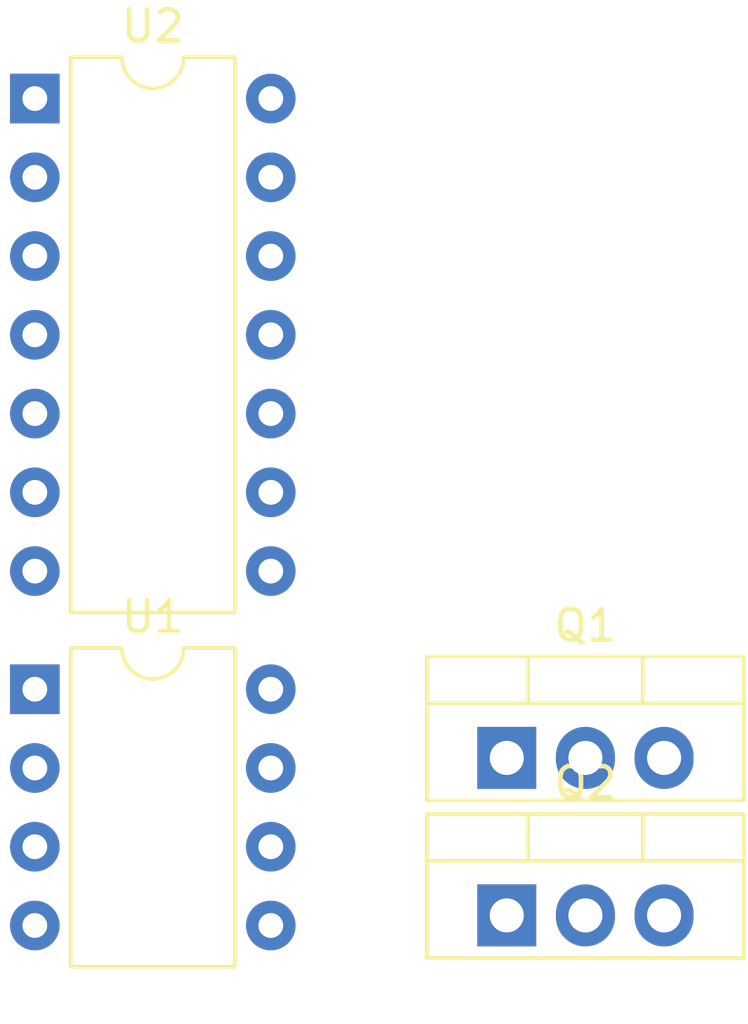
<source format=kicad_pcb>
(kicad_pcb (version 20221018) (generator pcbnew)
  (layers (0 "F.Cu" signal) (31 "B.Cu" signal) (34 "B.Paste" user) (35 "F.Paste" user) (36 "B.SilkS" user "B.Silkscreen") (37 "F.SilkS" user "F.Silkscreen") (38 "B.Mask" user) (39 "F.Mask" user) (44 "Edge.Cuts" user))
  (net 0 "")
  (net 1 "VCC")
  (net 2 "Net-(Q1-G)")
  (net 3 "/sw_node")
  (net 4 "Net-(Q2-G)")
  (net 5 "GND")
  (net 6 "Vdrive")
  (net 9 "/gate_low")
  (net 10 "/gate_high")
  (net 11 "Net-(D1-K)")
  (footprint "Package_TO_SOT_THT:TO-220-3_Vertical" (layer "F.Cu") (at 53.34 51.745)
    (fp_text reference "Q2" (at 2.54 -4.27) (layer "F.SilkS"))
    (fp_text value "NMOS")
    (fp_line (start -2.58 -3.27) (end -2.58 1.371) (stroke (width 0.12)) (layer "F.SilkS"))
    (fp_line (start -2.58 -3.27) (end 7.66 -3.27) (stroke (width 0.12)) (layer "F.SilkS"))
    (fp_line (start -2.58 -1.76) (end 7.66 -1.76) (stroke (width 0.12)) (layer "F.SilkS"))
    (fp_line (start -2.58 1.371) (end 7.66 1.371) (stroke (width 0.12)) (layer "F.SilkS"))
    (fp_line (start 0.69 -3.27) (end 0.69 -1.76) (stroke (width 0.12)) (layer "F.SilkS"))
    (fp_line (start 4.391 -3.27) (end 4.391 -1.76) (stroke (width 0.12)) (layer "F.SilkS"))
    (fp_line (start 7.66 -3.27) (end 7.66 1.371) (stroke (width 0.12)) (layer "F.SilkS"))
    (pad "1" thru_hole rect (at 0 0) (size 1.905 2) (drill 1.1) (layers "*.Cu" "*.Mask") (net 3 "/sw_node"))
    (pad "2" thru_hole oval (at 2.54 0) (size 1.905 2) (drill 1.1) (layers "*.Cu" "*.Mask") (net 4 "Net-(Q2-G)"))
    (pad "3" thru_hole oval (at 5.08 0) (size 1.905 2) (drill 1.1) (layers "*.Cu" "*.Mask") (net 5 "GND"))
  )
  (footprint "Package_TO_SOT_THT:TO-220-3_Vertical" (layer "F.Cu") (at 53.34 46.665)
    (fp_text reference "Q1" (at 2.54 -4.27) (layer "F.SilkS"))
    (fp_text value "NMOS")
    (fp_line (start -2.58 -3.27) (end -2.58 1.371) (stroke (width 0.12)) (layer "F.SilkS"))
    (fp_line (start -2.58 -3.27) (end 7.66 -3.27) (stroke (width 0.12)) (layer "F.SilkS"))
    (fp_line (start -2.58 -1.76) (end 7.66 -1.76) (stroke (width 0.12)) (layer "F.SilkS"))
    (fp_line (start -2.58 1.371) (end 7.66 1.371) (stroke (width 0.12)) (layer "F.SilkS"))
    (fp_line (start 0.69 -3.27) (end 0.69 -1.76) (stroke (width 0.12)) (layer "F.SilkS"))
    (fp_line (start 4.391 -3.27) (end 4.391 -1.76) (stroke (width 0.12)) (layer "F.SilkS"))
    (fp_line (start 7.66 -3.27) (end 7.66 1.371) (stroke (width 0.12)) (layer "F.SilkS"))
    (pad "1" thru_hole rect (at 0 0) (size 1.905 2) (drill 1.1) (layers "*.Cu" "*.Mask") (net 1 "VCC"))
    (pad "2" thru_hole oval (at 2.54 0) (size 1.905 2) (drill 1.1) (layers "*.Cu" "*.Mask") (net 2 "Net-(Q1-G)"))
    (pad "3" thru_hole oval (at 5.08 0) (size 1.905 2) (drill 1.1) (layers "*.Cu" "*.Mask") (net 3 "/sw_node"))
  )
  (footprint "Package_DIP:DIP-14_W7.62mm" (layer "F.Cu") (at 38.1 25.4)
    (fp_text reference "U2" (at 3.81 -2.33) (layer "F.SilkS"))
    (fp_text value "74LS00")
    (fp_line (start 1.16 -1.33) (end 1.16 16.57) (stroke (width 0.12)) (layer "F.SilkS"))
    (fp_line (start 1.16 16.57) (end 6.46 16.57) (stroke (width 0.12)) (layer "F.SilkS"))
    (fp_line (start 2.81 -1.33) (end 1.16 -1.33) (stroke (width 0.12)) (layer "F.SilkS"))
    (fp_line (start 6.46 -1.33) (end 4.81 -1.33) (stroke (width 0.12)) (layer "F.SilkS"))
    (fp_line (start 6.46 16.57) (end 6.46 -1.33) (stroke (width 0.12)) (layer "F.SilkS"))
    (fp_arc (start 4.81 -1.33) (mid 3.81 -0.33) (end 2.81 -1.33) (stroke (width 0.12)) (layer "F.SilkS"))
    (pad "1" thru_hole rect (at 0 0) (size 1.6 1.6) (drill 0.8) (layers "*.Cu" "*.Mask"))
    (pad "2" thru_hole oval (at 0 2.54) (size 1.6 1.6) (drill 0.8) (layers "*.Cu" "*.Mask"))
    (pad "3" thru_hole oval (at 0 5.08) (size 1.6 1.6) (drill 0.8) (layers "*.Cu" "*.Mask"))
    (pad "4" thru_hole oval (at 0 7.62) (size 1.6 1.6) (drill 0.8) (layers "*.Cu" "*.Mask"))
    (pad "5" thru_hole oval (at 0 10.16) (size 1.6 1.6) (drill 0.8) (layers "*.Cu" "*.Mask"))
    (pad "6" thru_hole oval (at 0 12.7) (size 1.6 1.6) (drill 0.8) (layers "*.Cu" "*.Mask"))
    (pad "7" thru_hole oval (at 0 15.24) (size 1.6 1.6) (drill 0.8) (layers "*.Cu" "*.Mask"))
    (pad "8" thru_hole oval (at 7.62 15.24) (size 1.6 1.6) (drill 0.8) (layers "*.Cu" "*.Mask"))
    (pad "9" thru_hole oval (at 7.62 12.7) (size 1.6 1.6) (drill 0.8) (layers "*.Cu" "*.Mask"))
    (pad "10" thru_hole oval (at 7.62 10.16) (size 1.6 1.6) (drill 0.8) (layers "*.Cu" "*.Mask"))
    (pad "11" thru_hole oval (at 7.62 7.62) (size 1.6 1.6) (drill 0.8) (layers "*.Cu" "*.Mask"))
    (pad "12" thru_hole oval (at 7.62 5.08) (size 1.6 1.6) (drill 0.8) (layers "*.Cu" "*.Mask"))
    (pad "13" thru_hole oval (at 7.62 2.54) (size 1.6 1.6) (drill 0.8) (layers "*.Cu" "*.Mask"))
    (pad "14" thru_hole oval (at 7.62 0) (size 1.6 1.6) (drill 0.8) (layers "*.Cu" "*.Mask"))
  )
  (footprint "Package_DIP:DIP-8_W7.62mm" (layer "F.Cu") (at 38.1 44.45)
    (fp_text reference "U1" (at 3.81 -2.33) (layer "F.SilkS"))
    (fp_text value "IR2104")
    (fp_line (start 1.16 -1.33) (end 1.16 8.95) (stroke (width 0.12)) (layer "F.SilkS"))
    (fp_line (start 1.16 8.95) (end 6.46 8.95) (stroke (width 0.12)) (layer "F.SilkS"))
    (fp_line (start 2.81 -1.33) (end 1.16 -1.33) (stroke (width 0.12)) (layer "F.SilkS"))
    (fp_line (start 6.46 -1.33) (end 4.81 -1.33) (stroke (width 0.12)) (layer "F.SilkS"))
    (fp_line (start 6.46 8.95) (end 6.46 -1.33) (stroke (width 0.12)) (layer "F.SilkS"))
    (fp_arc (start 4.81 -1.33) (mid 3.81 -0.33) (end 2.81 -1.33) (stroke (width 0.12)) (layer "F.SilkS"))
    (pad "1" thru_hole rect (at 0 0) (size 1.6 1.6) (drill 0.8) (layers "*.Cu" "*.Mask") (net 6 "Vdrive"))
    (pad "2" thru_hole oval (at 0 2.54) (size 1.6 1.6) (drill 0.8) (layers "*.Cu" "*.Mask"))
    (pad "3" thru_hole oval (at 0 5.08) (size 1.6 1.6) (drill 0.8) (layers "*.Cu" "*.Mask"))
    (pad "4" thru_hole oval (at 0 7.62) (size 1.6 1.6) (drill 0.8) (layers "*.Cu" "*.Mask") (net 5 "GND"))
    (pad "5" thru_hole oval (at 7.62 7.62) (size 1.6 1.6) (drill 0.8) (layers "*.Cu" "*.Mask") (net 9 "/gate_low"))
    (pad "6" thru_hole oval (at 7.62 5.08) (size 1.6 1.6) (drill 0.8) (layers "*.Cu" "*.Mask") (net 3 "/sw_node"))
    (pad "7" thru_hole oval (at 7.62 2.54) (size 1.6 1.6) (drill 0.8) (layers "*.Cu" "*.Mask") (net 10 "/gate_high"))
    (pad "8" thru_hole oval (at 7.62 0) (size 1.6 1.6) (drill 0.8) (layers "*.Cu" "*.Mask") (net 11 "Net-(D1-K)"))
  )
)
</source>
